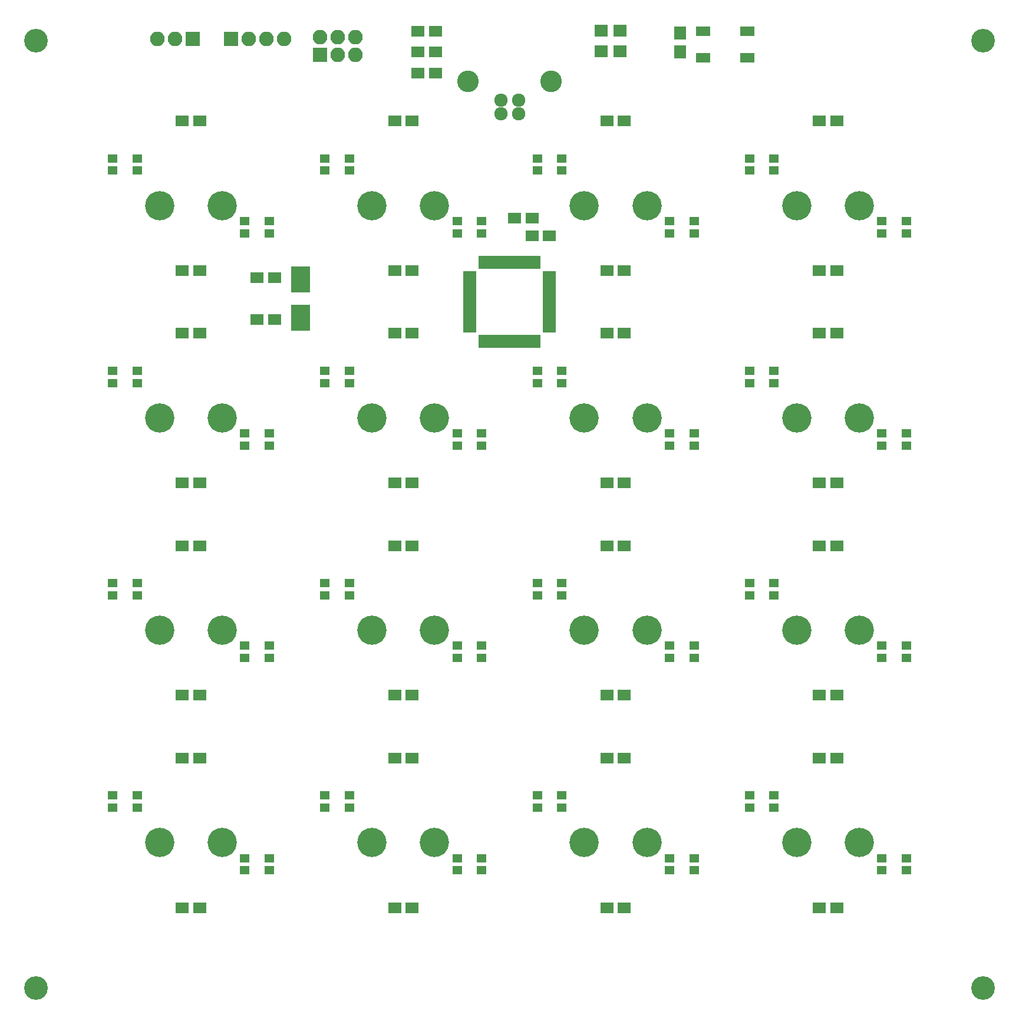
<source format=gbr>
G04 #@! TF.FileFunction,Soldermask,Top*
%FSLAX46Y46*%
G04 Gerber Fmt 4.6, Leading zero omitted, Abs format (unit mm)*
G04 Created by KiCad (PCBNEW 4.0.6) date 07/23/17 12:32:53*
%MOMM*%
%LPD*%
G01*
G04 APERTURE LIST*
%ADD10C,0.100000*%
%ADD11R,0.950000X1.900000*%
%ADD12R,1.900000X0.950000*%
%ADD13C,4.200000*%
%ADD14C,3.400000*%
%ADD15R,1.900000X1.650000*%
%ADD16C,1.920000*%
%ADD17C,3.100000*%
%ADD18R,2.100000X2.100000*%
%ADD19O,2.100000X2.100000*%
%ADD20R,1.900000X1.700000*%
%ADD21R,1.700000X1.900000*%
%ADD22R,2.100000X1.400000*%
%ADD23R,1.400000X1.250000*%
%ADD24R,2.800000X3.725000*%
G04 APERTURE END LIST*
D10*
D11*
X103500000Y-57300000D03*
X102700000Y-57300000D03*
X101900000Y-57300000D03*
X101100000Y-57300000D03*
X100300000Y-57300000D03*
X99500000Y-57300000D03*
X98700000Y-57300000D03*
X97900000Y-57300000D03*
X97100000Y-57300000D03*
X96300000Y-57300000D03*
X95500000Y-57300000D03*
D12*
X93800000Y-59000000D03*
X93800000Y-59800000D03*
X93800000Y-60600000D03*
X93800000Y-61400000D03*
X93800000Y-62200000D03*
X93800000Y-63000000D03*
X93800000Y-63800000D03*
X93800000Y-64600000D03*
X93800000Y-65400000D03*
X93800000Y-66200000D03*
X93800000Y-67000000D03*
D11*
X95500000Y-68700000D03*
X96300000Y-68700000D03*
X97100000Y-68700000D03*
X97900000Y-68700000D03*
X98700000Y-68700000D03*
X99500000Y-68700000D03*
X100300000Y-68700000D03*
X101100000Y-68700000D03*
X101900000Y-68700000D03*
X102700000Y-68700000D03*
X103500000Y-68700000D03*
D12*
X105200000Y-67000000D03*
X105200000Y-66200000D03*
X105200000Y-65400000D03*
X105200000Y-64600000D03*
X105200000Y-63800000D03*
X105200000Y-63000000D03*
X105200000Y-62200000D03*
X105200000Y-61400000D03*
X105200000Y-60600000D03*
X105200000Y-59800000D03*
X105200000Y-59000000D03*
D13*
X110250000Y-49150000D03*
X119250000Y-49150000D03*
X49250000Y-49150000D03*
X58250000Y-49150000D03*
X140750000Y-79650000D03*
X149750000Y-79650000D03*
D14*
X167500000Y-25500000D03*
X167500000Y-161500000D03*
X31500000Y-161500000D03*
X31500000Y-25500000D03*
D15*
X86375000Y-24125000D03*
X88875000Y-24125000D03*
X65750000Y-65500000D03*
X63250000Y-65500000D03*
X65750000Y-59500000D03*
X63250000Y-59500000D03*
X86375000Y-27125000D03*
X88875000Y-27125000D03*
X100250000Y-51000000D03*
X102750000Y-51000000D03*
X105250000Y-53500000D03*
X102750000Y-53500000D03*
X86375000Y-30125000D03*
X88875000Y-30125000D03*
X52500000Y-37000000D03*
X55000000Y-37000000D03*
X52500000Y-58500000D03*
X55000000Y-58500000D03*
X83000000Y-37000000D03*
X85500000Y-37000000D03*
X83000000Y-58500000D03*
X85500000Y-58500000D03*
X113500000Y-37000000D03*
X116000000Y-37000000D03*
X113500000Y-58500000D03*
X116000000Y-58500000D03*
X144000000Y-37000000D03*
X146500000Y-37000000D03*
X144000000Y-58500000D03*
X146500000Y-58500000D03*
X52500000Y-67500000D03*
X55000000Y-67500000D03*
X52500000Y-89000000D03*
X55000000Y-89000000D03*
X83000000Y-67500000D03*
X85500000Y-67500000D03*
X83000000Y-89000000D03*
X85500000Y-89000000D03*
X113500000Y-67500000D03*
X116000000Y-67500000D03*
X113500000Y-89000000D03*
X116000000Y-89000000D03*
X144000000Y-67500000D03*
X146500000Y-67500000D03*
X144000000Y-89000000D03*
X146500000Y-89000000D03*
X52500000Y-98000000D03*
X55000000Y-98000000D03*
X52500000Y-119500000D03*
X55000000Y-119500000D03*
X83000000Y-98000000D03*
X85500000Y-98000000D03*
X83000000Y-119500000D03*
X85500000Y-119500000D03*
X113500000Y-98000000D03*
X116000000Y-98000000D03*
X113500000Y-119500000D03*
X116000000Y-119500000D03*
X144000000Y-98000000D03*
X146500000Y-98000000D03*
X144000000Y-119500000D03*
X146500000Y-119500000D03*
X52500000Y-128500000D03*
X55000000Y-128500000D03*
X52500000Y-150000000D03*
X55000000Y-150000000D03*
X83000000Y-128500000D03*
X85500000Y-128500000D03*
X83000000Y-150000000D03*
X85500000Y-150000000D03*
X113500000Y-128500000D03*
X116000000Y-128500000D03*
X113500000Y-150000000D03*
X116000000Y-150000000D03*
X144000000Y-128500000D03*
X146500000Y-128500000D03*
X144000000Y-150000000D03*
X146500000Y-150000000D03*
D16*
X100790000Y-36000000D03*
X98250000Y-36000000D03*
X98250000Y-34000000D03*
X100790000Y-34000000D03*
D17*
X105520000Y-31300000D03*
X93520000Y-31300000D03*
D18*
X72250000Y-27500000D03*
D19*
X72250000Y-24960000D03*
X74790000Y-27500000D03*
X74790000Y-24960000D03*
X77330000Y-27500000D03*
X77330000Y-24960000D03*
D18*
X59500000Y-25250000D03*
D19*
X62040000Y-25250000D03*
X64580000Y-25250000D03*
X67120000Y-25250000D03*
D20*
X115350000Y-24000000D03*
X112650000Y-24000000D03*
X115350000Y-27000000D03*
X112650000Y-27000000D03*
D21*
X124000000Y-27100000D03*
X124000000Y-24400000D03*
D13*
X79750000Y-49150000D03*
X88750000Y-49150000D03*
X140750000Y-49150000D03*
X149750000Y-49150000D03*
X49250000Y-79650000D03*
X58250000Y-79650000D03*
X79750000Y-79650000D03*
X88750000Y-79650000D03*
X110250000Y-79650000D03*
X119250000Y-79650000D03*
X49250000Y-110150000D03*
X58250000Y-110150000D03*
X79750000Y-110150000D03*
X88750000Y-110150000D03*
X110250000Y-110150000D03*
X119250000Y-110150000D03*
X140750000Y-110150000D03*
X149750000Y-110150000D03*
X49250000Y-140650000D03*
X58250000Y-140650000D03*
X79750000Y-140650000D03*
X88750000Y-140650000D03*
X110250000Y-140650000D03*
X119250000Y-140650000D03*
X140750000Y-140650000D03*
X149750000Y-140650000D03*
D22*
X127350000Y-24100000D03*
X133650000Y-24100000D03*
X127350000Y-27900000D03*
X133650000Y-27900000D03*
D23*
X42490000Y-44130000D03*
X42490000Y-42370000D03*
X46010000Y-44130000D03*
X46020000Y-42370000D03*
X61490000Y-53130000D03*
X61490000Y-51370000D03*
X65010000Y-53130000D03*
X65020000Y-51370000D03*
X72990000Y-44130000D03*
X72990000Y-42370000D03*
X76510000Y-44130000D03*
X76520000Y-42370000D03*
X91990000Y-53130000D03*
X91990000Y-51370000D03*
X95510000Y-53130000D03*
X95520000Y-51370000D03*
X103490000Y-44130000D03*
X103490000Y-42370000D03*
X107010000Y-44130000D03*
X107020000Y-42370000D03*
X122490000Y-53130000D03*
X122490000Y-51370000D03*
X126010000Y-53130000D03*
X126020000Y-51370000D03*
X133990000Y-44130000D03*
X133990000Y-42370000D03*
X137510000Y-44130000D03*
X137520000Y-42370000D03*
X152990000Y-53130000D03*
X152990000Y-51370000D03*
X156510000Y-53130000D03*
X156520000Y-51370000D03*
X42490000Y-74630000D03*
X42490000Y-72870000D03*
X46010000Y-74630000D03*
X46020000Y-72870000D03*
X61490000Y-83630000D03*
X61490000Y-81870000D03*
X65010000Y-83630000D03*
X65020000Y-81870000D03*
X72990000Y-74630000D03*
X72990000Y-72870000D03*
X76510000Y-74630000D03*
X76520000Y-72870000D03*
X91990000Y-83630000D03*
X91990000Y-81870000D03*
X95510000Y-83630000D03*
X95520000Y-81870000D03*
X103490000Y-74630000D03*
X103490000Y-72870000D03*
X107010000Y-74630000D03*
X107020000Y-72870000D03*
X122490000Y-83630000D03*
X122490000Y-81870000D03*
X126010000Y-83630000D03*
X126020000Y-81870000D03*
X133990000Y-74630000D03*
X133990000Y-72870000D03*
X137510000Y-74630000D03*
X137520000Y-72870000D03*
X152990000Y-83630000D03*
X152990000Y-81870000D03*
X156510000Y-83630000D03*
X156520000Y-81870000D03*
X42490000Y-105130000D03*
X42490000Y-103370000D03*
X46010000Y-105130000D03*
X46020000Y-103370000D03*
X61490000Y-114130000D03*
X61490000Y-112370000D03*
X65010000Y-114130000D03*
X65020000Y-112370000D03*
X72990000Y-105130000D03*
X72990000Y-103370000D03*
X76510000Y-105130000D03*
X76520000Y-103370000D03*
X91990000Y-114130000D03*
X91990000Y-112370000D03*
X95510000Y-114130000D03*
X95520000Y-112370000D03*
X103490000Y-105130000D03*
X103490000Y-103370000D03*
X107010000Y-105130000D03*
X107020000Y-103370000D03*
X122490000Y-114130000D03*
X122490000Y-112370000D03*
X126010000Y-114130000D03*
X126020000Y-112370000D03*
X133990000Y-105130000D03*
X133990000Y-103370000D03*
X137510000Y-105130000D03*
X137520000Y-103370000D03*
X152990000Y-114130000D03*
X152990000Y-112370000D03*
X156510000Y-114130000D03*
X156520000Y-112370000D03*
X42490000Y-135630000D03*
X42490000Y-133870000D03*
X46010000Y-135630000D03*
X46020000Y-133870000D03*
X61490000Y-144630000D03*
X61490000Y-142870000D03*
X65010000Y-144630000D03*
X65020000Y-142870000D03*
X72990000Y-135630000D03*
X72990000Y-133870000D03*
X76510000Y-135630000D03*
X76520000Y-133870000D03*
X91990000Y-144630000D03*
X91990000Y-142870000D03*
X95510000Y-144630000D03*
X95520000Y-142870000D03*
X103490000Y-135630000D03*
X103490000Y-133870000D03*
X107010000Y-135630000D03*
X107020000Y-133870000D03*
X122490000Y-144630000D03*
X122490000Y-142870000D03*
X126010000Y-144630000D03*
X126020000Y-142870000D03*
X133990000Y-135630000D03*
X133990000Y-133870000D03*
X137510000Y-135630000D03*
X137520000Y-133870000D03*
X152990000Y-144630000D03*
X152990000Y-142870000D03*
X156510000Y-144630000D03*
X156520000Y-142870000D03*
D24*
X69500000Y-59737500D03*
X69500000Y-65262500D03*
D18*
X54000000Y-25250000D03*
D19*
X51460000Y-25250000D03*
X48920000Y-25250000D03*
M02*

</source>
